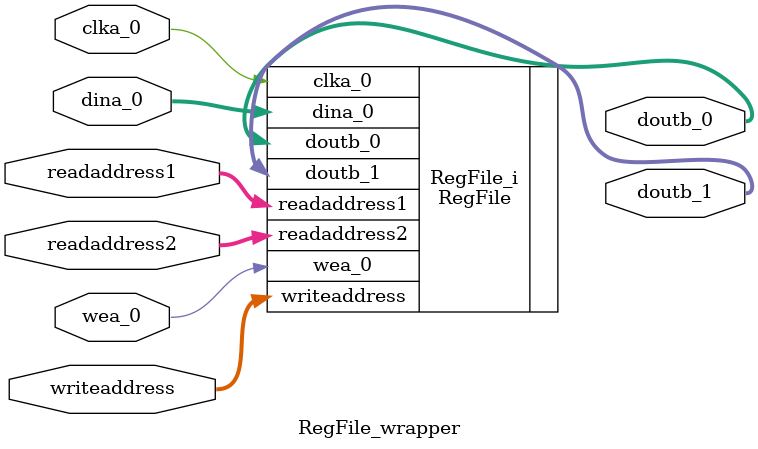
<source format=v>
`timescale 1 ps / 1 ps

module RegFile_wrapper
   (clka_0,
    dina_0,
    doutb_0,
    doutb_1,
    readaddress1,
    readaddress2,
    wea_0,
    writeaddress);
  input clka_0;
  input [31:0]dina_0;
  output [31:0]doutb_0;
  output [31:0]doutb_1;
  input [4:0]readaddress1;
  input [4:0]readaddress2;
  input [0:0]wea_0;
  input [4:0]writeaddress;

  wire clka_0;
  wire [31:0]dina_0;
  wire [31:0]doutb_0;
  wire [31:0]doutb_1;
  wire [4:0]readaddress1;
  wire [4:0]readaddress2;
  wire [0:0]wea_0;
  wire [4:0]writeaddress;

  RegFile RegFile_i
       (.clka_0(clka_0),
        .dina_0(dina_0),
        .doutb_0(doutb_0),
        .doutb_1(doutb_1),
        .readaddress1(readaddress1),
        .readaddress2(readaddress2),
        .wea_0(wea_0),
        .writeaddress(writeaddress));
endmodule

</source>
